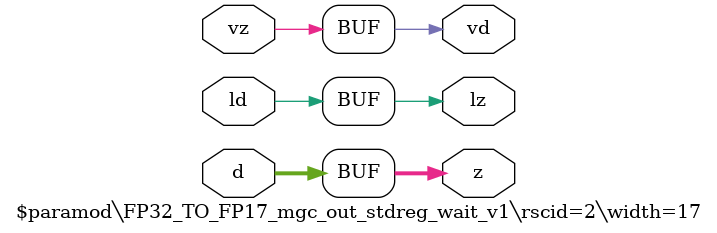
<source format=v>
module \$paramod\FP32_TO_FP17_mgc_out_stdreg_wait_v1\rscid=2\width=17 (ld, vd, d, lz, vz, z);
  (* src = "./vmod/vlibs/HLS_fp32_to_fp17.v:47" *)
  input [16:0] d;
  (* src = "./vmod/vlibs/HLS_fp32_to_fp17.v:45" *)
  input ld;
  (* src = "./vmod/vlibs/HLS_fp32_to_fp17.v:48" *)
  output lz;
  (* src = "./vmod/vlibs/HLS_fp32_to_fp17.v:46" *)
  output vd;
  (* src = "./vmod/vlibs/HLS_fp32_to_fp17.v:49" *)
  input vz;
  (* src = "./vmod/vlibs/HLS_fp32_to_fp17.v:50" *)
  output [16:0] z;
  assign lz = ld;
  assign vd = vz;
  assign z = d;
endmodule

</source>
